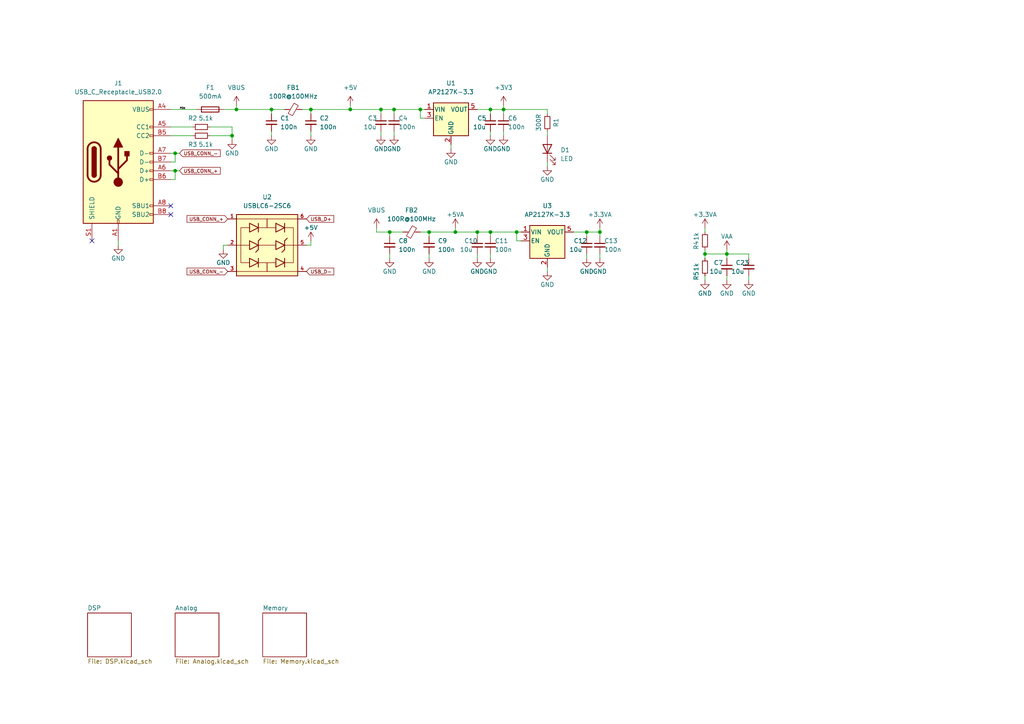
<source format=kicad_sch>
(kicad_sch (version 20211123) (generator eeschema)
  (paper "A4")
  (lib_symbols
    (symbol "Connector:USB_C_Receptacle_USB2.0" (pin_names (offset 1.016))
      (property "Reference" "J" (at -10.16 19.05 0))
      (property "Value" "USB_C_Receptacle_USB2.0" (at 19.05 19.05 0))
      (symbol "USB_C_Receptacle_USB2.0_0_0"
        (rectangle (start -0.254 -17.78) (end 0.254 -16.764))
        (rectangle (start 10.16 -14.986) (end 9.144 -15.494))
        (rectangle (start 10.16 -12.446) (end 9.144 -12.954))
        (rectangle (start 10.16 -4.826) (end 9.144 -5.334))
        (rectangle (start 10.16 -2.286) (end 9.144 -2.794))
        (rectangle (start 10.16 0.254) (end 9.144 -0.254))
        (rectangle (start 10.16 2.794) (end 9.144 2.286))
        (rectangle (start 10.16 7.874) (end 9.144 7.366))
        (rectangle (start 10.16 10.414) (end 9.144 9.906))
        (rectangle (start 10.16 15.494) (end 9.144 14.986))
      )
      (symbol "USB_C_Receptacle_USB2.0_0_1"
        (rectangle (start -10.16 17.78) (end 10.16 -17.78) (stroke (width 0.254)) (fill (type background)))
        (arc (start -8.89 -3.81) (mid -6.985 -5.715) (end -5.08 -3.81) (stroke (width 0.508)))
        (arc (start -7.62 -3.81) (mid -6.985 -4.445) (end -6.35 -3.81) (stroke (width 0.254)))
        (arc (start -7.62 -3.81) (mid -6.985 -4.445) (end -6.35 -3.81) (stroke (width 0.254)) (fill (type outline)))
        (rectangle (start -7.62 -3.81) (end -6.35 3.81) (stroke (width 0.254)) (fill (type outline)))
        (arc (start -6.35 3.81) (mid -6.985 4.445) (end -7.62 3.81) (stroke (width 0.254)))
        (arc (start -6.35 3.81) (mid -6.985 4.445) (end -7.62 3.81) (stroke (width 0.254)) (fill (type outline)))
        (arc (start -5.08 3.81) (mid -6.985 5.715) (end -8.89 3.81) (stroke (width 0.508)))
        (circle (center -2.54 1.143) (radius 0.635) (stroke (width 0.254)) (fill (type outline)))
        (circle (center 0 -5.842) (radius 1.27) (fill (type outline)))
        (polyline (pts (xy -8.89 -3.81) (xy -8.89 3.81)) (stroke (width 0.508)))
        (polyline (pts (xy -5.08 3.81) (xy -5.08 -3.81)) (stroke (width 0.508)))
        (polyline (pts (xy 0 -5.842) (xy 0 4.318)) (stroke (width 0.508)))
        (polyline (pts (xy 0 -3.302) (xy -2.54 -0.762) (xy -2.54 0.508)) (stroke (width 0.508)))
        (polyline (pts (xy 0 -2.032) (xy 2.54 0.508) (xy 2.54 1.778)) (stroke (width 0.508)))
        (polyline (pts (xy -1.27 4.318) (xy 0 6.858) (xy 1.27 4.318) (xy -1.27 4.318)) (stroke (width 0.254)) (fill (type outline)))
        (rectangle (start 1.905 1.778) (end 3.175 3.048) (stroke (width 0.254)) (fill (type outline)))
      )
      (symbol "USB_C_Receptacle_USB2.0_1_1"
        (pin passive line (at 0 -22.86 90) (length 5.08) (name "GND") (number "A1"))
        (pin passive line (at 0 -22.86 90) (length 5.08) hide (name "GND") (number "A12"))
        (pin passive line (at 15.24 15.24 180) (length 5.08) (name "VBUS") (number "A4"))
        (pin bidirectional line (at 15.24 10.16 180) (length 5.08) (name "CC1") (number "A5"))
        (pin bidirectional line (at 15.24 -2.54 180) (length 5.08) (name "D+") (number "A6"))
        (pin bidirectional line (at 15.24 2.54 180) (length 5.08) (name "D-") (number "A7"))
        (pin bidirectional line (at 15.24 -12.7 180) (length 5.08) (name "SBU1") (number "A8"))
        (pin passive line (at 15.24 15.24 180) (length 5.08) hide (name "VBUS") (number "A9"))
        (pin passive line (at 0 -22.86 90) (length 5.08) hide (name "GND") (number "B1"))
        (pin passive line (at 0 -22.86 90) (length 5.08) hide (name "GND") (number "B12"))
        (pin passive line (at 15.24 15.24 180) (length 5.08) hide (name "VBUS") (number "B4"))
        (pin bidirectional line (at 15.24 7.62 180) (length 5.08) (name "CC2") (number "B5"))
        (pin bidirectional line (at 15.24 -5.08 180) (length 5.08) (name "D+") (number "B6"))
        (pin bidirectional line (at 15.24 0 180) (length 5.08) (name "D-") (number "B7"))
        (pin bidirectional line (at 15.24 -15.24 180) (length 5.08) (name "SBU2") (number "B8"))
        (pin passive line (at 15.24 15.24 180) (length 5.08) hide (name "VBUS") (number "B9"))
        (pin passive line (at -7.62 -22.86 90) (length 5.08) (name "SHIELD") (number "S1"))
      )
    )
    (symbol "Device:C_Small" (pin_numbers hide) (pin_names (offset 0.254) hide)
      (property "Reference" "C" (at 0.254 1.778 0))
      (property "Value" "C_Small" (at 0.254 -2.032 0))
      (symbol "C_Small_0_1"
        (polyline (pts (xy -1.524 -0.508) (xy 1.524 -0.508)) (stroke (width 0.3302)))
        (polyline (pts (xy -1.524 0.508) (xy 1.524 0.508)) (stroke (width 0.3048)))
      )
      (symbol "C_Small_1_1"
        (pin passive line (at 0 2.54 270) (length 2.032) (name "~") (number "1"))
        (pin passive line (at 0 -2.54 90) (length 2.032) (name "~") (number "2"))
      )
    )
    (symbol "Device:FerriteBead_Small" (pin_numbers hide) (pin_names (offset 0))
      (property "Reference" "FB" (at 1.905 1.27 0))
      (property "Value" "FerriteBead_Small" (at 1.905 -1.27 0))
      (symbol "FerriteBead_Small_0_1"
        (polyline (pts (xy 0 -1.27) (xy 0 -0.7874)))
        (polyline (pts (xy 0 0.889) (xy 0 1.2954)))
        (polyline (pts (xy -1.8288 0.2794) (xy -1.1176 1.4986) (xy 1.8288 -0.2032) (xy 1.1176 -1.4224) (xy -1.8288 0.2794)))
      )
      (symbol "FerriteBead_Small_1_1"
        (pin passive line (at 0 2.54 270) (length 1.27) (name "~") (number "1"))
        (pin passive line (at 0 -2.54 90) (length 1.27) (name "~") (number "2"))
      )
    )
    (symbol "Device:Fuse" (pin_numbers hide) (pin_names (offset 0))
      (property "Reference" "F" (at 2.032 0 90))
      (property "Value" "Fuse" (at -1.905 0 90))
      (symbol "Fuse_0_1"
        (rectangle (start -0.762 -2.54) (end 0.762 2.54) (stroke (width 0.254)))
        (polyline (pts (xy 0 2.54) (xy 0 -2.54)))
      )
      (symbol "Fuse_1_1"
        (pin passive line (at 0 3.81 270) (length 1.27) (name "~") (number "1"))
        (pin passive line (at 0 -3.81 90) (length 1.27) (name "~") (number "2"))
      )
    )
    (symbol "Device:LED" (pin_numbers hide) (pin_names (offset 1.016) hide)
      (property "Reference" "D" (at 0 2.54 0))
      (property "Value" "LED" (at 0 -2.54 0))
      (symbol "LED_0_1"
        (polyline (pts (xy -1.27 -1.27) (xy -1.27 1.27)) (stroke (width 0.254)))
        (polyline (pts (xy -1.27 0) (xy 1.27 0)))
        (polyline (pts (xy 1.27 -1.27) (xy 1.27 1.27) (xy -1.27 0) (xy 1.27 -1.27)) (stroke (width 0.254)))
        (polyline (pts (xy -3.048 -0.762) (xy -4.572 -2.286) (xy -3.81 -2.286) (xy -4.572 -2.286) (xy -4.572 -1.524)))
        (polyline (pts (xy -1.778 -0.762) (xy -3.302 -2.286) (xy -2.54 -2.286) (xy -3.302 -2.286) (xy -3.302 -1.524)))
      )
      (symbol "LED_1_1"
        (pin passive line (at -3.81 0 0) (length 2.54) (name "K") (number "1"))
        (pin passive line (at 3.81 0 180) (length 2.54) (name "A") (number "2"))
      )
    )
    (symbol "Device:R_Small" (pin_numbers hide) (pin_names (offset 0.254) hide)
      (property "Reference" "R" (at 0.762 0.508 0))
      (property "Value" "R_Small" (at 0.762 -1.016 0))
      (symbol "R_Small_0_1"
        (rectangle (start -0.762 1.778) (end 0.762 -1.778) (stroke (width 0.2032)))
      )
      (symbol "R_Small_1_1"
        (pin passive line (at 0 2.54 270) (length 0.762) (name "~") (number "1"))
        (pin passive line (at 0 -2.54 90) (length 0.762) (name "~") (number "2"))
      )
    )
    (symbol "Regulator_Linear:AP2127K-3.3" (pin_names (offset 0.254))
      (property "Reference" "U" (at -5.08 5.715 0))
      (property "Value" "AP2127K-3.3" (at 0 5.715 0))
      (symbol "AP2127K-3.3_0_1"
        (rectangle (start -5.08 4.445) (end 5.08 -5.08) (stroke (width 0.254)) (fill (type background)))
      )
      (symbol "AP2127K-3.3_1_1"
        (pin power_in line (at -7.62 2.54 0) (length 2.54) (name "VIN") (number "1"))
        (pin power_in line (at 0 -7.62 90) (length 2.54) (name "GND") (number "2"))
        (pin input line (at -7.62 0 0) (length 2.54) (name "EN") (number "3"))
        (pin no_connect line (at 5.08 0 180) (length 2.54) hide (name "NC") (number "4"))
        (pin power_out line (at 7.62 2.54 180) (length 2.54) (name "VOUT") (number "5"))
      )
    )
    (symbol "USBLC6-2SC6:USBLC6-2SC6" (pin_names (offset 1.016) hide)
      (property "Reference" "U?" (at -10.16 22.86 0))
      (property "Value" "USBLC6-2SC6" (at -10.16 20.32 0))
      (symbol "USBLC6-2SC6_0_0"
        (rectangle (start -17.78 13.97) (end 0 -3.81) (stroke (width 0.254)) (fill (type background)))
        (polyline (pts (xy -13.97 5.08) (xy -17.78 5.08)))
        (polyline (pts (xy -11.43 0) (xy -11.43 -1.27)) (stroke (width 0.254)))
        (polyline (pts (xy -11.43 0) (xy -6.35 0)))
        (polyline (pts (xy -11.43 1.27) (xy -11.43 0)) (stroke (width 0.254)))
        (polyline (pts (xy -11.43 3.81) (xy -12.192 3.048)) (stroke (width 0.254)))
        (polyline (pts (xy -11.43 5.08) (xy -11.43 3.81)) (stroke (width 0.254)))
        (polyline (pts (xy -11.43 5.08) (xy -6.35 5.08)))
        (polyline (pts (xy -11.43 6.35) (xy -11.43 5.08)) (stroke (width 0.254)))
        (polyline (pts (xy -11.43 6.35) (xy -10.668 7.112)) (stroke (width 0.254)))
        (polyline (pts (xy -11.43 10.16) (xy -11.43 8.89)) (stroke (width 0.254)))
        (polyline (pts (xy -11.43 10.16) (xy -6.35 10.16)))
        (polyline (pts (xy -11.43 11.43) (xy -11.43 10.16)) (stroke (width 0.254)))
        (polyline (pts (xy -3.81 0) (xy -3.81 -1.27)) (stroke (width 0.254)))
        (polyline (pts (xy -3.81 1.27) (xy -3.81 0)) (stroke (width 0.254)))
        (polyline (pts (xy -3.81 3.81) (xy -4.572 3.048)) (stroke (width 0.254)))
        (polyline (pts (xy -3.81 5.08) (xy -3.81 3.81)) (stroke (width 0.254)))
        (polyline (pts (xy -3.81 5.08) (xy 0 5.08)))
        (polyline (pts (xy -3.81 6.35) (xy -3.81 5.08)) (stroke (width 0.254)))
        (polyline (pts (xy -3.81 6.35) (xy -3.048 7.112)) (stroke (width 0.254)))
        (polyline (pts (xy -3.81 10.16) (xy -3.81 8.89)) (stroke (width 0.254)))
        (polyline (pts (xy -3.81 11.43) (xy -3.81 10.16)) (stroke (width 0.254)))
        (polyline (pts (xy -16.51 5.08) (xy -16.51 0) (xy -13.97 0)))
        (polyline (pts (xy -13.97 10.16) (xy -16.51 10.16) (xy -16.51 5.08)))
        (polyline (pts (xy -8.89 0) (xy -8.89 -2.54) (xy -17.78 -2.54)))
        (polyline (pts (xy -8.89 0) (xy -8.89 -2.54) (xy 0 -2.54)))
        (polyline (pts (xy -8.89 10.16) (xy -8.89 12.7) (xy -17.78 12.7)))
        (polyline (pts (xy -8.89 10.16) (xy -8.89 12.7) (xy 0 12.7)))
        (polyline (pts (xy -3.81 10.16) (xy -1.27 10.16) (xy -1.27 5.08)))
        (polyline (pts (xy -1.27 5.08) (xy -1.27 0) (xy -3.81 0)))
        (polyline (pts (xy -13.97 1.27) (xy -13.97 -1.27) (xy -11.43 0) (xy -13.97 1.27)) (stroke (width 0.254)) (fill (type background)))
        (polyline (pts (xy -13.97 6.35) (xy -13.97 3.81) (xy -11.43 5.08) (xy -13.97 6.35)) (stroke (width 0.254)) (fill (type background)))
        (polyline (pts (xy -13.97 11.43) (xy -13.97 8.89) (xy -11.43 10.16) (xy -13.97 11.43)) (stroke (width 0.254)) (fill (type background)))
        (polyline (pts (xy -6.35 1.27) (xy -6.35 -1.27) (xy -3.81 0) (xy -6.35 1.27)) (stroke (width 0.254)) (fill (type background)))
        (polyline (pts (xy -6.35 6.35) (xy -6.35 3.81) (xy -3.81 5.08) (xy -6.35 6.35)) (stroke (width 0.254)) (fill (type background)))
        (polyline (pts (xy -6.35 11.43) (xy -6.35 8.89) (xy -3.81 10.16) (xy -6.35 11.43)) (stroke (width 0.254)) (fill (type background)))
        (pin bidirectional line (at -20.32 12.7 0) (length 2.54) (name "~") (number "1"))
        (pin power_in line (at -20.32 5.08 0) (length 2.54) (name "~") (number "2"))
        (pin bidirectional line (at -20.32 -2.54 0) (length 2.54) (name "~") (number "3"))
        (pin bidirectional line (at 2.54 -2.54 180) (length 2.54) (name "~") (number "4"))
        (pin power_in line (at 2.54 5.08 180) (length 2.54) (name "~") (number "5"))
        (pin bidirectional line (at 2.54 12.7 180) (length 2.54) (name "~") (number "6"))
      )
    )
    (symbol "power:+3.3V" (power) (pin_names (offset 0))
      (property "Value" "+3.3V" (at 0 3.556 0))
      (symbol "+3.3V_0_1"
        (polyline (pts (xy -0.762 1.27) (xy 0 2.54)))
        (polyline (pts (xy 0 0) (xy 0 2.54)))
        (polyline (pts (xy 0 2.54) (xy 0.762 1.27)))
      )
      (symbol "+3.3V_1_1"
        (pin power_in line (at 0 0 90) (length 0) hide (name "+3V3") (number "1"))
      )
    )
    (symbol "power:+3.3VA" (power) (pin_names (offset 0))
      (property "Value" "+3.3VA" (at 0 3.556 0))
      (symbol "+3.3VA_0_1"
        (polyline (pts (xy -0.762 1.27) (xy 0 2.54)))
        (polyline (pts (xy 0 0) (xy 0 2.54)))
        (polyline (pts (xy 0 2.54) (xy 0.762 1.27)))
      )
      (symbol "+3.3VA_1_1"
        (pin power_in line (at 0 0 90) (length 0) hide (name "+3.3VA") (number "1"))
      )
    )
    (symbol "power:+5V" (power) (pin_names (offset 0))
      (property "Value" "+5V" (at 0 3.556 0))
      (symbol "+5V_0_1"
        (polyline (pts (xy -0.762 1.27) (xy 0 2.54)))
        (polyline (pts (xy 0 0) (xy 0 2.54)))
        (polyline (pts (xy 0 2.54) (xy 0.762 1.27)))
      )
      (symbol "+5V_1_1"
        (pin power_in line (at 0 0 90) (length 0) hide (name "+5V") (number "1"))
      )
    )
    (symbol "power:+5VA" (power) (pin_names (offset 0))
      (property "Value" "+5VA" (at 0 3.556 0))
      (symbol "+5VA_0_1"
        (polyline (pts (xy -0.762 1.27) (xy 0 2.54)))
        (polyline (pts (xy 0 0) (xy 0 2.54)))
        (polyline (pts (xy 0 2.54) (xy 0.762 1.27)))
      )
      (symbol "+5VA_1_1"
        (pin power_in line (at 0 0 90) (length 0) hide (name "+5VA") (number "1"))
      )
    )
    (symbol "power:GND" (power) (pin_names (offset 0))
      (property "Value" "GND" (at 0 -3.81 0))
      (symbol "GND_0_1"
        (polyline (pts (xy 0 0) (xy 0 -1.27) (xy 1.27 -1.27) (xy 0 -2.54) (xy -1.27 -1.27) (xy 0 -1.27)))
      )
      (symbol "GND_1_1"
        (pin power_in line (at 0 0 270) (length 0) hide (name "GND") (number "1"))
      )
    )
    (symbol "power:VAA" (power) (pin_names (offset 0))
      (property "Value" "VAA" (at 0 3.81 0))
      (symbol "VAA_0_1"
        (polyline (pts (xy -0.762 1.27) (xy 0 2.54)))
        (polyline (pts (xy 0 0) (xy 0 2.54)))
        (polyline (pts (xy 0 2.54) (xy 0.762 1.27)))
      )
      (symbol "VAA_1_1"
        (pin power_in line (at 0 0 90) (length 0) hide (name "VAA") (number "1"))
      )
    )
    (symbol "power:VBUS" (power) (pin_names (offset 0))
      (property "Value" "VBUS" (at 0 3.81 0))
      (symbol "VBUS_0_1"
        (polyline (pts (xy -0.762 1.27) (xy 0 2.54)))
        (polyline (pts (xy 0 0) (xy 0 2.54)))
        (polyline (pts (xy 0 2.54) (xy 0.762 1.27)))
      )
      (symbol "VBUS_1_1"
        (pin power_in line (at 0 0 90) (length 0) hide (name "VBUS") (number "1"))
      )
    )
  )
  (junction (at 124.46 67.31))
  (junction (at 50.8 44.45))
  (junction (at 173.99 67.31))
  (junction (at 68.58 31.75))
  (junction (at 142.24 67.31))
  (junction (at 170.18 67.31))
  (junction (at 138.43 67.31))
  (junction (at 121.92 31.75))
  (junction (at 142.24 31.75))
  (junction (at 101.6 31.75))
  (junction (at 132.08 67.31))
  (junction (at 210.82 73.66))
  (junction (at 90.17 31.75))
  (junction (at 67.31 39.37))
  (junction (at 78.74 31.75))
  (junction (at 146.05 31.75))
  (junction (at 113.03 67.31))
  (junction (at 110.49 31.75))
  (junction (at 114.3 31.75))
  (junction (at 149.86 67.31))
  (junction (at 204.47 73.66))
  (junction (at 50.8 49.53))
  (no_connect (at 26.67 69.85))
  (no_connect (at 49.53 59.69))
  (no_connect (at 49.53 62.23))
  (wire (pts (xy 217.17 74.93) (xy 217.17 73.66)))
  (wire (pts (xy 146.05 31.75) (xy 142.24 31.75)))
  (wire (pts (xy 50.8 44.45) (xy 52.07 44.45)))
  (wire (pts (xy 142.24 38.1) (xy 142.24 39.37)))
  (wire (pts (xy 204.47 66.04) (xy 204.47 67.31)))
  (wire (pts (xy 49.53 39.37) (xy 55.88 39.37)))
  (wire (pts (xy 158.75 46.99) (xy 158.75 48.26)))
  (wire (pts (xy 146.05 31.75) (xy 146.05 33.02)))
  (wire (pts (xy 121.92 31.75) (xy 123.19 31.75)))
  (wire (pts (xy 210.82 74.93) (xy 210.82 73.66)))
  (wire (pts (xy 210.82 72.39) (xy 210.82 73.66)))
  (wire (pts (xy 78.74 31.75) (xy 78.74 33.02)))
  (wire (pts (xy 60.96 39.37) (xy 67.31 39.37)))
  (wire (pts (xy 204.47 73.66) (xy 204.47 74.93)))
  (wire (pts (xy 158.75 38.1) (xy 158.75 39.37)))
  (wire (pts (xy 149.86 67.31) (xy 151.13 67.31)))
  (wire (pts (xy 142.24 31.75) (xy 142.24 33.02)))
  (wire (pts (xy 114.3 31.75) (xy 121.92 31.75)))
  (wire (pts (xy 170.18 73.66) (xy 170.18 74.93)))
  (wire (pts (xy 142.24 31.75) (xy 138.43 31.75)))
  (wire (pts (xy 68.58 30.48) (xy 68.58 31.75)))
  (wire (pts (xy 217.17 80.01) (xy 217.17 81.28)))
  (wire (pts (xy 87.63 31.75) (xy 90.17 31.75)))
  (wire (pts (xy 138.43 73.66) (xy 138.43 74.93)))
  (wire (pts (xy 142.24 73.66) (xy 142.24 74.93)))
  (wire (pts (xy 146.05 31.75) (xy 158.75 31.75)))
  (wire (pts (xy 173.99 67.31) (xy 173.99 68.58)))
  (wire (pts (xy 130.81 41.91) (xy 130.81 43.18)))
  (wire (pts (xy 173.99 73.66) (xy 173.99 74.93)))
  (wire (pts (xy 121.92 67.31) (xy 124.46 67.31)))
  (wire (pts (xy 132.08 67.31) (xy 138.43 67.31)))
  (wire (pts (xy 204.47 80.01) (xy 204.47 81.28)))
  (wire (pts (xy 90.17 31.75) (xy 90.17 33.02)))
  (wire (pts (xy 49.53 46.99) (xy 50.8 46.99)))
  (wire (pts (xy 34.29 69.85) (xy 34.29 71.12)))
  (wire (pts (xy 210.82 80.01) (xy 210.82 81.28)))
  (wire (pts (xy 64.77 71.12) (xy 66.04 71.12)))
  (wire (pts (xy 146.05 38.1) (xy 146.05 39.37)))
  (wire (pts (xy 204.47 72.39) (xy 204.47 73.66)))
  (wire (pts (xy 124.46 67.31) (xy 124.46 68.58)))
  (wire (pts (xy 49.53 52.07) (xy 50.8 52.07)))
  (wire (pts (xy 90.17 71.12) (xy 88.9 71.12)))
  (wire (pts (xy 64.77 31.75) (xy 68.58 31.75)))
  (wire (pts (xy 90.17 38.1) (xy 90.17 39.37)))
  (wire (pts (xy 123.19 34.29) (xy 121.92 34.29)))
  (wire (pts (xy 124.46 67.31) (xy 132.08 67.31)))
  (wire (pts (xy 101.6 30.48) (xy 101.6 31.75)))
  (wire (pts (xy 173.99 67.31) (xy 170.18 67.31)))
  (wire (pts (xy 60.96 36.83) (xy 67.31 36.83)))
  (wire (pts (xy 158.75 31.75) (xy 158.75 33.02)))
  (wire (pts (xy 109.22 67.31) (xy 113.03 67.31)))
  (wire (pts (xy 170.18 67.31) (xy 170.18 68.58)))
  (wire (pts (xy 138.43 67.31) (xy 142.24 67.31)))
  (wire (pts (xy 114.3 33.02) (xy 114.3 31.75)))
  (wire (pts (xy 110.49 31.75) (xy 114.3 31.75)))
  (wire (pts (xy 78.74 38.1) (xy 78.74 39.37)))
  (wire (pts (xy 170.18 67.31) (xy 166.37 67.31)))
  (wire (pts (xy 113.03 73.66) (xy 113.03 74.93)))
  (wire (pts (xy 49.53 44.45) (xy 50.8 44.45)))
  (wire (pts (xy 101.6 31.75) (xy 110.49 31.75)))
  (wire (pts (xy 217.17 73.66) (xy 210.82 73.66)))
  (wire (pts (xy 50.8 49.53) (xy 52.07 49.53)))
  (wire (pts (xy 109.22 66.04) (xy 109.22 67.31)))
  (wire (pts (xy 49.53 49.53) (xy 50.8 49.53)))
  (wire (pts (xy 146.05 30.48) (xy 146.05 31.75)))
  (wire (pts (xy 210.82 73.66) (xy 204.47 73.66)))
  (wire (pts (xy 90.17 69.85) (xy 90.17 71.12)))
  (wire (pts (xy 50.8 46.99) (xy 50.8 44.45)))
  (wire (pts (xy 149.86 67.31) (xy 149.86 69.85)))
  (wire (pts (xy 151.13 69.85) (xy 149.86 69.85)))
  (wire (pts (xy 121.92 31.75) (xy 121.92 34.29)))
  (wire (pts (xy 158.75 77.47) (xy 158.75 78.74)))
  (wire (pts (xy 114.3 38.1) (xy 114.3 39.37)))
  (wire (pts (xy 68.58 31.75) (xy 78.74 31.75)))
  (wire (pts (xy 67.31 39.37) (xy 67.31 40.64)))
  (wire (pts (xy 110.49 38.1) (xy 110.49 39.37)))
  (wire (pts (xy 49.53 31.75) (xy 57.15 31.75)))
  (wire (pts (xy 50.8 52.07) (xy 50.8 49.53)))
  (wire (pts (xy 78.74 31.75) (xy 82.55 31.75)))
  (wire (pts (xy 67.31 36.83) (xy 67.31 39.37)))
  (wire (pts (xy 142.24 68.58) (xy 142.24 67.31)))
  (wire (pts (xy 132.08 66.04) (xy 132.08 67.31)))
  (wire (pts (xy 124.46 73.66) (xy 124.46 74.93)))
  (wire (pts (xy 142.24 67.31) (xy 149.86 67.31)))
  (wire (pts (xy 64.77 72.39) (xy 64.77 71.12)))
  (wire (pts (xy 90.17 31.75) (xy 101.6 31.75)))
  (wire (pts (xy 138.43 68.58) (xy 138.43 67.31)))
  (wire (pts (xy 173.99 66.04) (xy 173.99 67.31)))
  (wire (pts (xy 113.03 67.31) (xy 113.03 68.58)))
  (wire (pts (xy 113.03 67.31) (xy 116.84 67.31)))
  (wire (pts (xy 49.53 36.83) (xy 55.88 36.83)))
  (wire (pts (xy 110.49 33.02) (xy 110.49 31.75)))
  (label "POW" (at 52.07 31.75 0) (effects (font (size 0.5 0.5))))
  (global_label "USB_CONN_-" (shape input) (at 52.07 44.45 0) (effects (font (size 1 1))) (property "Intersheet References" "${INTERSHEET_REFS}" (effects hide)))
  (global_label "USB_D+" (shape input) (at 88.9 63.5 0) (effects (font (size 1 1))) (property "Intersheet References" "${INTERSHEET_REFS}" (effects hide)))
  (global_label "USB_CONN_+" (shape input) (at 66.04 63.5 180) (effects (font (size 1 1))) (property "Intersheet References" "${INTERSHEET_REFS}" (effects hide)))
  (global_label "USB_D-" (shape input) (at 88.9 78.74 0) (effects (font (size 1 1))) (property "Intersheet References" "${INTERSHEET_REFS}" (effects hide)))
  (global_label "USB_CONN_+" (shape input) (at 52.07 49.53 0) (effects (font (size 1 1))) (property "Intersheet References" "${INTERSHEET_REFS}" (effects hide)))
  (global_label "USB_CONN_-" (shape input) (at 66.04 78.74 180) (effects (font (size 1 1))) (property "Intersheet References" "${INTERSHEET_REFS}" (effects hide)))
  (symbol (lib_id "Device:C_Small") (at 114.3 35.56 0) (unit 1)
    (property "Reference" "C4" (at 115.57 34.29 0) (effects (justify left)))
    (property "Value" "100n" (at 115.57 36.83 0) (effects (justify left)))
    (property "Footprint" "Resistor_SMD:R_0603_1608Metric_Pad0.98x0.95mm_HandSolder" (effects hide))
  )
  (symbol (lib_id "Device:C_Small") (at 124.46 71.12 0) (unit 1)
    (property "Reference" "C9" (at 127 69.8562 0) (effects (justify left)))
    (property "Value" "100n" (at 127 72.3962 0) (effects (justify left)))
    (property "Footprint" "Resistor_SMD:R_0603_1608Metric_Pad0.98x0.95mm_HandSolder" (effects hide))
  )
  (symbol (lib_id "Regulator_Linear:AP2127K-3.3") (at 158.75 69.85 0) (unit 1)
    (property "Reference" "U3" (at 158.75 59.69 0))
    (property "Value" "AP2127K-3.3" (at 158.75 62.23 0))
    (property "Footprint" "Package_TO_SOT_SMD:SOT-23-5" (effects hide))
    (property "Datasheet" "https://www.diodes.com/assets/Datasheets/AP2127.pdf" (effects hide))
  )
  (symbol (lib_id "power:GND") (at 142.24 74.93 0) (unit 1)
    (property "Reference" "#PWR0110" (effects hide))
    (property "Value" "GND" (at 142.24 78.74 0))
  )
  (symbol (lib_id "power:GND") (at 113.03 74.93 0) (unit 1)
    (property "Reference" "#PWR0130" (effects hide))
    (property "Value" "GND" (at 113.03 78.74 0))
  )
  (symbol (lib_id "Device:FerriteBead_Small") (at 119.38 67.31 90) (unit 1)
    (property "Reference" "FB2" (at 119.3419 60.96 90))
    (property "Value" "100R@100MHz" (at 119.3419 63.5 90))
    (property "Footprint" "Resistor_SMD:R_0603_1608Metric_Pad0.98x0.95mm_HandSolder" (effects hide))
  )
  (symbol (lib_id "Device:FerriteBead_Small") (at 85.09 31.75 90) (unit 1)
    (property "Reference" "FB1" (at 85.0519 25.4 90))
    (property "Value" "100R@100MHz" (at 85.0519 27.94 90))
    (property "Footprint" "Resistor_SMD:R_0603_1608Metric_Pad0.98x0.95mm_HandSolder" (effects hide))
  )
  (symbol (lib_id "power:GND") (at 173.99 74.93 0) (unit 1)
    (property "Reference" "#PWR0114" (effects hide))
    (property "Value" "GND" (at 173.99 78.74 0))
  )
  (symbol (lib_id "Regulator_Linear:AP2127K-3.3") (at 130.81 34.29 0) (unit 1)
    (property "Reference" "U1" (at 130.81 24.13 0))
    (property "Value" "AP2127K-3.3" (at 130.81 26.67 0))
    (property "Footprint" "Package_TO_SOT_SMD:SOT-23-5" (effects hide))
    (property "Datasheet" "https://www.diodes.com/assets/Datasheets/AP2127.pdf" (effects hide))
  )
  (symbol (lib_id "power:+5V") (at 101.6 30.48 0) (unit 1)
    (property "Reference" "#PWR0103" (effects hide))
    (property "Value" "+5V" (at 101.6 25.4 0))
  )
  (symbol (lib_id "power:GND") (at 124.46 74.93 0) (unit 1)
    (property "Reference" "#PWR0131" (effects hide))
    (property "Value" "GND" (at 124.46 78.74 0))
  )
  (symbol (lib_id "power:+3.3V") (at 146.05 30.48 0) (unit 1)
    (property "Reference" "#PWR0126" (effects hide))
    (property "Value" "+3.3V" (at 146.05 25.4 0))
  )
  (symbol (lib_id "power:GND") (at 170.18 74.93 0) (unit 1)
    (property "Reference" "#PWR0111" (effects hide))
    (property "Value" "GND" (at 170.18 78.74 0))
  )
  (symbol (lib_id "Device:R_Small") (at 58.42 36.83 90) (unit 1)
    (property "Reference" "R2" (at 55.88 34.29 90))
    (property "Value" "5.1k" (at 59.69 34.29 90))
    (property "Footprint" "Resistor_SMD:R_0603_1608Metric_Pad0.98x0.95mm_HandSolder" (effects hide))
  )
  (symbol (lib_id "power:+3.3VA") (at 173.99 66.04 0) (unit 1)
    (property "Reference" "#PWR0115" (effects hide))
    (property "Value" "+3.3VA" (at 173.99 62.23 0))
  )
  (symbol (lib_id "Device:C_Small") (at 170.18 71.12 0) (unit 1)
    (property "Reference" "C12" (at 166.37 69.85 0) (effects (justify left)))
    (property "Value" "10u" (at 165.1 72.39 0) (effects (justify left)))
    (property "Footprint" "Resistor_SMD:R_0603_1608Metric_Pad0.98x0.95mm_HandSolder" (effects hide))
  )
  (symbol (lib_id "power:GND") (at 90.17 39.37 0) (unit 1)
    (property "Reference" "#PWR0105" (effects hide))
    (property "Value" "GND" (at 90.17 43.18 0))
  )
  (symbol (lib_id "USBLC6-2SC6:USBLC6-2SC6") (at 86.36 76.2 0) (unit 1)
    (property "Reference" "U2" (at 77.47 57.15 0))
    (property "Value" "USBLC6-2SC6" (at 77.47 59.69 0))
    (property "Footprint" "SnapEDA Library:SOT95P280X145-6N" (effects hide))
    (property "PURCHASE-URL" "https://pricing.snapeda.com/search/part/USBLC6-2SC6/?ref=eda" (effects hide))
    (property "DESCRIPTION" "17V Clamp 5A (8/20µs) Ipp Tvs Diode Surface Mount SOT-23-6" (effects hide))
    (property "MP" "USBLC6-2SC6" (effects hide))
    (property "PACKAGE" "SOT-23-6 STMicroelectronics" (effects hide))
    (property "AVAILABILITY" "In Stock" (effects hide))
    (property "PRICE" "None" (effects hide))
    (property "MF" "STMicroelectronics" (effects hide))
  )
  (symbol (lib_id "Device:R_Small") (at 204.47 69.85 180) (unit 1)
    (property "Reference" "R4" (at 201.93 71.12 90))
    (property "Value" "1k" (at 201.93 68.58 90))
    (property "Footprint" "Resistor_SMD:R_0603_1608Metric_Pad0.98x0.95mm_HandSolder" (effects hide))
  )
  (symbol (lib_id "Device:C_Small") (at 138.43 71.12 0) (unit 1)
    (property "Reference" "C10" (at 134.62 69.85 0) (effects (justify left)))
    (property "Value" "10u" (at 133.35 72.39 0) (effects (justify left)))
    (property "Footprint" "Resistor_SMD:R_0603_1608Metric_Pad0.98x0.95mm_HandSolder" (effects hide))
  )
  (symbol (lib_id "Device:C_Small") (at 110.49 35.56 0) (unit 1)
    (property "Reference" "C3" (at 106.68 34.29 0) (effects (justify left)))
    (property "Value" "10u" (at 105.41 36.83 0) (effects (justify left)))
    (property "Footprint" "Resistor_SMD:R_0603_1608Metric_Pad0.98x0.95mm_HandSolder" (effects hide))
  )
  (symbol (lib_id "Connector:USB_C_Receptacle_USB2.0") (at 34.29 46.99 0) (unit 1)
    (property "Reference" "J1" (at 34.29 24.13 0))
    (property "Value" "USB_C_Receptacle_USB2.0" (at 34.29 26.67 0))
    (property "Footprint" "Connector_USB:USB_C_Receptacle_Palconn_UTC16-G" (effects hide))
    (property "Datasheet" "https://www.usb.org/sites/default/files/documents/usb_type-c.zip" (effects hide))
  )
  (symbol (lib_id "power:GND") (at 114.3 39.37 0) (unit 1)
    (property "Reference" "#PWR0117" (effects hide))
    (property "Value" "GND" (at 114.3 43.18 0))
  )
  (symbol (lib_id "Device:C_Small") (at 142.24 35.56 0) (unit 1)
    (property "Reference" "C5" (at 138.43 34.29 0) (effects (justify left)))
    (property "Value" "10u" (at 137.16 36.83 0) (effects (justify left)))
    (property "Footprint" "Resistor_SMD:R_0603_1608Metric_Pad0.98x0.95mm_HandSolder" (effects hide))
  )
  (symbol (lib_id "Device:R_Small") (at 204.47 77.47 0) (unit 1)
    (property "Reference" "R5" (at 201.93 80.01 90))
    (property "Value" "1k" (at 201.93 77.47 90))
    (property "Footprint" "Resistor_SMD:R_0603_1608Metric_Pad0.98x0.95mm_HandSolder" (effects hide))
  )
  (symbol (lib_id "power:VBUS") (at 109.22 66.04 0) (unit 1)
    (property "Reference" "#PWR0133" (effects hide))
    (property "Value" "VBUS" (at 109.22 60.96 0))
  )
  (symbol (lib_id "Device:C_Small") (at 113.03 71.12 0) (unit 1)
    (property "Reference" "C8" (at 115.57 69.8562 0) (effects (justify left)))
    (property "Value" "100n" (at 115.57 72.3962 0) (effects (justify left)))
    (property "Footprint" "Resistor_SMD:R_0603_1608Metric_Pad0.98x0.95mm_HandSolder" (effects hide))
  )
  (symbol (lib_id "power:VAA") (at 210.82 72.39 0) (unit 1)
    (property "Reference" "#PWR0148" (effects hide))
    (property "Value" "VAA" (at 210.82 68.58 0))
  )
  (symbol (lib_id "power:GND") (at 110.49 39.37 0) (unit 1)
    (property "Reference" "#PWR0119" (effects hide))
    (property "Value" "GND" (at 110.49 43.18 0))
  )
  (symbol (lib_id "power:+5VA") (at 132.08 66.04 0) (unit 1)
    (property "Reference" "#PWR0132" (effects hide))
    (property "Value" "+5VA" (at 132.08 62.23 0))
  )
  (symbol (lib_id "Device:C_Small") (at 173.99 71.12 0) (unit 1)
    (property "Reference" "C13" (at 175.26 69.85 0) (effects (justify left)))
    (property "Value" "100n" (at 175.26 72.39 0) (effects (justify left)))
    (property "Footprint" "Resistor_SMD:R_0603_1608Metric_Pad0.98x0.95mm_HandSolder" (effects hide))
  )
  (symbol (lib_id "power:VBUS") (at 68.58 30.48 0) (unit 1)
    (property "Reference" "#PWR0104" (effects hide))
    (property "Value" "VBUS" (at 68.58 25.4 0))
  )
  (symbol (lib_id "Device:C_Small") (at 90.17 35.56 0) (unit 1)
    (property "Reference" "C2" (at 92.71 34.2962 0) (effects (justify left)))
    (property "Value" "100n" (at 92.71 36.8362 0) (effects (justify left)))
    (property "Footprint" "Resistor_SMD:R_0603_1608Metric_Pad0.98x0.95mm_HandSolder" (effects hide))
  )
  (symbol (lib_id "Device:C_Small") (at 146.05 35.56 0) (unit 1)
    (property "Reference" "C6" (at 147.32 34.29 0) (effects (justify left)))
    (property "Value" "100n" (at 147.32 36.83 0) (effects (justify left)))
    (property "Footprint" "Resistor_SMD:R_0603_1608Metric_Pad0.98x0.95mm_HandSolder" (effects hide))
  )
  (symbol (lib_id "power:GND") (at 210.82 81.28 0) (unit 1)
    (property "Reference" "#PWR0125" (effects hide))
    (property "Value" "GND" (at 210.82 85.09 0))
  )
  (symbol (lib_id "power:GND") (at 158.75 78.74 0) (unit 1)
    (property "Reference" "#PWR0112" (effects hide))
    (property "Value" "GND" (at 158.75 82.55 0))
  )
  (symbol (lib_id "power:GND") (at 78.74 39.37 0) (unit 1)
    (property "Reference" "#PWR0101" (effects hide))
    (property "Value" "GND" (at 78.74 43.18 0))
  )
  (symbol (lib_id "power:+5V") (at 90.17 69.85 0) (unit 1)
    (property "Reference" "#PWR0121" (effects hide))
    (property "Value" "+5V" (at 90.17 66.04 0))
  )
  (symbol (lib_id "Device:C_Small") (at 210.82 77.47 0) (unit 1)
    (property "Reference" "C7" (at 207.01 76.2 0) (effects (justify left)))
    (property "Value" "10u" (at 205.74 78.74 0) (effects (justify left)))
    (property "Footprint" "Resistor_SMD:R_0603_1608Metric_Pad0.98x0.95mm_HandSolder" (effects hide))
  )
  (symbol (lib_id "power:GND") (at 204.47 81.28 0) (unit 1)
    (property "Reference" "#PWR0124" (effects hide))
    (property "Value" "GND" (at 204.47 85.09 0))
  )
  (symbol (lib_id "Device:C_Small") (at 78.74 35.56 0) (unit 1)
    (property "Reference" "C1" (at 81.28 34.2962 0) (effects (justify left)))
    (property "Value" "100n" (at 81.28 36.8362 0) (effects (justify left)))
    (property "Footprint" "Resistor_SMD:R_0603_1608Metric_Pad0.98x0.95mm_HandSolder" (effects hide))
  )
  (symbol (lib_id "power:GND") (at 64.77 72.39 0) (unit 1)
    (property "Reference" "#PWR0106" (effects hide))
    (property "Value" "GND" (at 64.77 76.2 0))
  )
  (symbol (lib_id "Device:R_Small") (at 158.75 35.56 180) (unit 1)
    (property "Reference" "R1" (at 161.29 35.56 90))
    (property "Value" "300R" (at 156.21 35.56 90))
    (property "Footprint" "Resistor_SMD:R_0603_1608Metric_Pad0.98x0.95mm_HandSolder" (effects hide))
  )
  (symbol (lib_id "power:GND") (at 217.17 81.28 0) (unit 1)
    (property "Reference" "#PWR0122" (effects hide))
    (property "Value" "GND" (at 217.17 85.09 0))
  )
  (symbol (lib_id "power:GND") (at 138.43 74.93 0) (unit 1)
    (property "Reference" "#PWR0108" (effects hide))
    (property "Value" "GND" (at 138.43 78.74 0))
  )
  (symbol (lib_id "power:GND") (at 146.05 39.37 0) (unit 1)
    (property "Reference" "#PWR0127" (effects hide))
    (property "Value" "GND" (at 146.05 43.18 0))
  )
  (symbol (lib_id "power:GND") (at 142.24 39.37 0) (unit 1)
    (property "Reference" "#PWR0128" (effects hide))
    (property "Value" "GND" (at 142.24 43.18 0))
  )
  (symbol (lib_id "power:+3.3VA") (at 204.47 66.04 0) (unit 1)
    (property "Reference" "#PWR0123" (effects hide))
    (property "Value" "+3.3VA" (at 204.47 62.23 0))
  )
  (symbol (lib_id "Device:R_Small") (at 58.42 39.37 90) (unit 1)
    (property "Reference" "R3" (at 55.88 41.91 90))
    (property "Value" "5.1k" (at 59.69 41.91 90))
    (property "Footprint" "Resistor_SMD:R_0603_1608Metric_Pad0.98x0.95mm_HandSolder" (effects hide))
  )
  (symbol (lib_id "power:GND") (at 158.75 48.26 0) (unit 1)
    (property "Reference" "#PWR0129" (effects hide))
    (property "Value" "GND" (at 158.75 52.07 0))
  )
  (symbol (lib_id "Device:LED") (at 158.75 43.18 90) (unit 1)
    (property "Reference" "D1" (at 162.56 43.4974 90) (effects (justify right)))
    (property "Value" "LED" (at 162.56 46.0374 90) (effects (justify right)))
    (property "Footprint" "Resistor_SMD:R_0603_1608Metric_Pad0.98x0.95mm_HandSolder" (effects hide))
  )
  (symbol (lib_id "power:GND") (at 34.29 71.12 0) (unit 1)
    (property "Reference" "#PWR0107" (effects hide))
    (property "Value" "GND" (at 34.29 74.93 0))
  )
  (symbol (lib_id "power:GND") (at 67.31 40.64 0) (unit 1)
    (property "Reference" "#PWR0102" (effects hide))
    (property "Value" "GND" (at 67.31 44.45 0))
  )
  (symbol (lib_id "Device:C_Small") (at 217.17 77.47 0) (unit 1)
    (property "Reference" "C23" (at 213.36 76.2 0) (effects (justify left)))
    (property "Value" "10u" (at 212.09 78.74 0) (effects (justify left)))
    (property "Footprint" "Resistor_SMD:R_0603_1608Metric_Pad0.98x0.95mm_HandSolder" (effects hide))
  )
  (symbol (lib_id "Device:Fuse") (at 60.96 31.75 90) (unit 1)
    (property "Reference" "F1" (at 60.96 25.4 90))
    (property "Value" "500mA" (at 60.96 27.94 90))
    (property "Footprint" "Resistor_SMD:R_0603_1608Metric_Pad0.98x0.95mm_HandSolder" (effects hide))
    (property "Datasheet" "  (symbol \"power:GND\" (power) (pin_names (offset 0)) (in_bom yes) (on_board yes)" (effects hide))
  )
  (symbol (lib_id "power:GND") (at 130.81 43.18 0) (unit 1)
    (property "Reference" "#PWR0116" (effects hide))
    (property "Value" "GND" (at 130.81 46.99 0))
  )
  (symbol (lib_id "Device:C_Small") (at 142.24 71.12 0) (unit 1)
    (property "Reference" "C11" (at 143.51 69.85 0) (effects (justify left)))
    (property "Value" "100n" (at 143.51 72.39 0) (effects (justify left)))
    (property "Footprint" "Resistor_SMD:R_0603_1608Metric_Pad0.98x0.95mm_HandSolder" (effects hide))
  )
  (sheet (at 25.4 177.8) (size 12.7 12.7) (stroke (width 0.1524))
    (property "Sheet name" "DSP" (at 25.4 177.0884 0) (effects (justify left bottom)))
    (property "Sheet file" "DSP.kicad_sch" (at 25.4 191.0846 0) (effects (justify left top)))
  )
  (sheet (at 50.8 177.8) (size 12.7 12.7) (stroke (width 0.1524))
    (property "Sheet name" "Analog" (at 50.8 177.0884 0) (effects (justify left bottom)))
    (property "Sheet file" "Analog.kicad_sch" (at 50.8 191.0846 0) (effects (justify left top)))
  )
  (sheet (at 76.2 177.8) (size 12.7 12.7) (stroke (width 0.1524))
    (property "Sheet name" "Memory" (at 76.2 177.0884 0) (effects (justify left bottom)))
    (property "Sheet file" "Memory.kicad_sch" (at 76.2 191.0846 0) (effects (justify left top)))
  )
)
</source>
